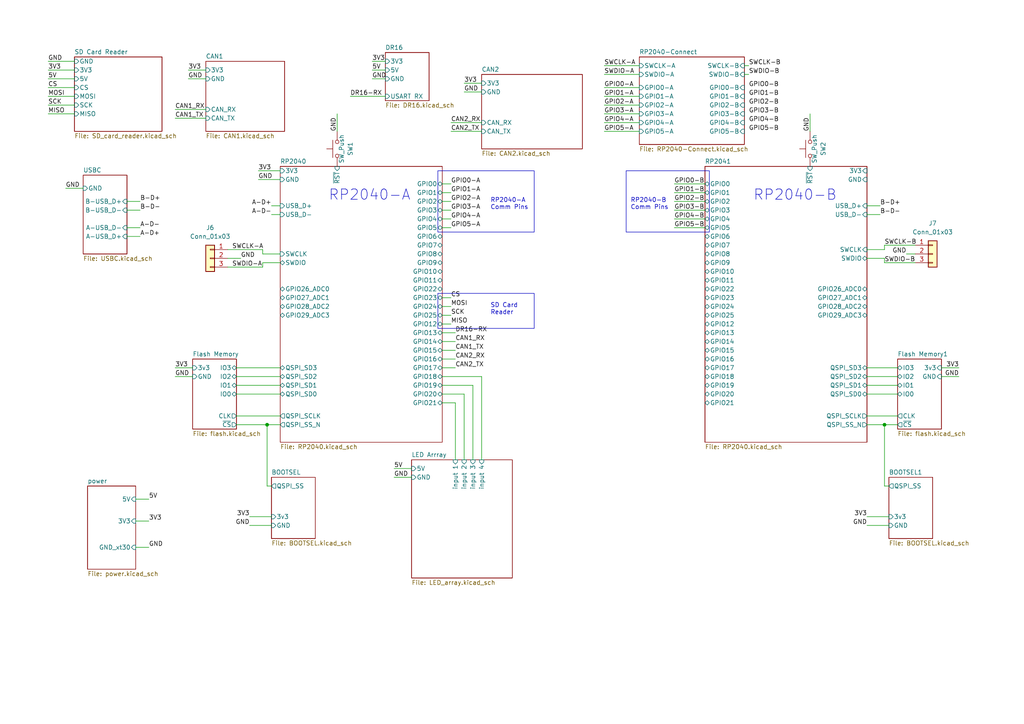
<source format=kicad_sch>
(kicad_sch (version 20230121) (generator eeschema)
  (paper "A4")
  (lib_symbols
    (symbol "Connector_Generic:Conn_01x03" (pin_names (offset 1.016) hide)
      (property "Reference" "J" (at 0 5.08 0))
      (property "Value" "Conn_01x03" (at 0 -5.08 0))
      (symbol "Conn_01x03_1_1"
        (rectangle (start -1.27 -2.413) (end 0 -2.667) (stroke (width 0.1524)))
        (rectangle (start -1.27 0.127) (end 0 -0.127) (stroke (width 0.1524)))
        (rectangle (start -1.27 2.667) (end 0 2.413) (stroke (width 0.1524)))
        (rectangle (start -1.27 3.81) (end 1.27 -3.81) (stroke (width 0.254)) (fill (type background)))
        (pin passive line (at -5.08 2.54 0) (length 3.81) (name "Pin_1") (number "1"))
        (pin passive line (at -5.08 0 0) (length 3.81) (name "Pin_2") (number "2"))
        (pin passive line (at -5.08 -2.54 0) (length 3.81) (name "Pin_3") (number "3"))
      )
    )
    (symbol "Switch:SW_Push" (pin_numbers hide) (pin_names (offset 1.016) hide)
      (property "Reference" "SW" (at 1.27 2.54 0))
      (property "Value" "SW_Push" (at 0 -1.524 0))
      (symbol "SW_Push_0_1"
        (circle (center -2.032 0) (radius 0.508))
        (polyline (pts (xy 0 1.27) (xy 0 3.048)))
        (polyline (pts (xy 2.54 1.27) (xy -2.54 1.27)))
        (circle (center 2.032 0) (radius 0.508))
        (pin passive line (at -5.08 0 0) (length 2.54) (name "1") (number "1"))
        (pin passive line (at 5.08 0 180) (length 2.54) (name "2") (number "2"))
      )
    )
  )
  (junction (at 77.47 123.19))
  (junction (at 256.54 123.19))
  (wire (pts (xy 251.46 120.65) (xy 260.35 120.65)))
  (wire (pts (xy 68.58 106.68) (xy 81.28 106.68)))
  (wire (pts (xy 66.04 77.47) (xy 76.2 77.47)))
  (wire (pts (xy 175.26 25.4) (xy 185.42 25.4)))
  (wire (pts (xy 251.46 62.23) (xy 255.27 62.23)))
  (wire (pts (xy 130.81 35.56) (xy 139.7 35.56)))
  (wire (pts (xy 251.46 106.68) (xy 260.35 106.68)))
  (wire (pts (xy 195.58 63.5) (xy 204.47 63.5)))
  (wire (pts (xy 234.95 33.02) (xy 234.95 38.1)))
  (wire (pts (xy 128.27 116.84) (xy 132.08 116.84)))
  (wire (pts (xy 137.16 111.76) (xy 137.16 133.35)))
  (wire (pts (xy 128.27 58.42) (xy 130.81 58.42)))
  (wire (pts (xy 128.27 55.88) (xy 130.81 55.88)))
  (wire (pts (xy 128.27 114.3) (xy 134.62 114.3)))
  (wire (pts (xy 13.97 30.48) (xy 21.59 30.48)))
  (wire (pts (xy 19.05 54.61) (xy 24.13 54.61)))
  (wire (pts (xy 134.62 114.3) (xy 134.62 133.35)))
  (wire (pts (xy 50.8 109.22) (xy 55.88 109.22)))
  (wire (pts (xy 132.08 116.84) (xy 132.08 133.35)))
  (wire (pts (xy 72.39 152.4) (xy 78.74 152.4)))
  (wire (pts (xy 68.58 123.19) (xy 77.47 123.19)))
  (wire (pts (xy 50.8 106.68) (xy 55.88 106.68)))
  (wire (pts (xy 101.6 27.94) (xy 111.76 27.94)))
  (wire (pts (xy 68.58 109.22) (xy 81.28 109.22)))
  (wire (pts (xy 128.27 99.06) (xy 132.08 99.06)))
  (wire (pts (xy 36.83 68.58) (xy 40.64 68.58)))
  (wire (pts (xy 128.27 101.6) (xy 132.08 101.6)))
  (wire (pts (xy 39.37 144.78) (xy 43.18 144.78)))
  (wire (pts (xy 251.46 109.22) (xy 260.35 109.22)))
  (wire (pts (xy 278.13 109.22) (xy 273.05 109.22)))
  (wire (pts (xy 128.27 63.5) (xy 130.81 63.5)))
  (wire (pts (xy 76.2 73.66) (xy 81.28 73.66)))
  (wire (pts (xy 78.74 59.69) (xy 81.28 59.69)))
  (wire (pts (xy 78.74 140.97) (xy 77.47 140.97)))
  (wire (pts (xy 175.26 38.1) (xy 185.42 38.1)))
  (wire (pts (xy 175.26 30.48) (xy 185.42 30.48)))
  (wire (pts (xy 66.04 72.39) (xy 76.2 72.39)))
  (wire (pts (xy 68.58 114.3) (xy 81.28 114.3)))
  (wire (pts (xy 77.47 123.19) (xy 81.28 123.19)))
  (wire (pts (xy 195.58 66.04) (xy 204.47 66.04)))
  (wire (pts (xy 114.3 135.89) (xy 119.38 135.89)))
  (wire (pts (xy 36.83 60.96) (xy 40.64 60.96)))
  (wire (pts (xy 134.62 24.13) (xy 139.7 24.13)))
  (wire (pts (xy 251.46 59.69) (xy 255.27 59.69)))
  (wire (pts (xy 128.27 111.76) (xy 137.16 111.76)))
  (wire (pts (xy 251.46 114.3) (xy 260.35 114.3)))
  (wire (pts (xy 195.58 53.34) (xy 204.47 53.34)))
  (wire (pts (xy 13.97 20.32) (xy 21.59 20.32)))
  (wire (pts (xy 36.83 66.04) (xy 40.64 66.04)))
  (wire (pts (xy 54.61 22.86) (xy 59.69 22.86)))
  (wire (pts (xy 39.37 151.13) (xy 43.18 151.13)))
  (wire (pts (xy 130.81 38.1) (xy 139.7 38.1)))
  (wire (pts (xy 128.27 91.44) (xy 130.81 91.44)))
  (wire (pts (xy 128.27 109.22) (xy 139.7 109.22)))
  (wire (pts (xy 251.46 149.86) (xy 257.81 149.86)))
  (wire (pts (xy 114.3 138.43) (xy 119.38 138.43)))
  (wire (pts (xy 128.27 53.34) (xy 130.81 53.34)))
  (wire (pts (xy 68.58 111.76) (xy 81.28 111.76)))
  (wire (pts (xy 256.54 74.93) (xy 256.54 76.2)))
  (wire (pts (xy 175.26 27.94) (xy 185.42 27.94)))
  (wire (pts (xy 175.26 19.05) (xy 185.42 19.05)))
  (wire (pts (xy 265.43 73.66) (xy 262.89 73.66)))
  (wire (pts (xy 128.27 88.9) (xy 130.81 88.9)))
  (wire (pts (xy 175.26 33.02) (xy 185.42 33.02)))
  (wire (pts (xy 74.93 49.53) (xy 81.28 49.53)))
  (wire (pts (xy 13.97 22.86) (xy 21.59 22.86)))
  (wire (pts (xy 54.61 20.32) (xy 59.69 20.32)))
  (wire (pts (xy 215.9 19.05) (xy 217.17 19.05)))
  (wire (pts (xy 97.79 33.02) (xy 97.79 38.1)))
  (wire (pts (xy 13.97 33.02) (xy 21.59 33.02)))
  (wire (pts (xy 13.97 27.94) (xy 21.59 27.94)))
  (wire (pts (xy 195.58 58.42) (xy 204.47 58.42)))
  (wire (pts (xy 175.26 35.56) (xy 185.42 35.56)))
  (wire (pts (xy 195.58 60.96) (xy 204.47 60.96)))
  (wire (pts (xy 195.58 55.88) (xy 204.47 55.88)))
  (wire (pts (xy 256.54 123.19) (xy 256.54 140.97)))
  (wire (pts (xy 257.81 140.97) (xy 256.54 140.97)))
  (wire (pts (xy 66.04 74.93) (xy 69.85 74.93)))
  (wire (pts (xy 72.39 149.86) (xy 78.74 149.86)))
  (wire (pts (xy 107.95 20.32) (xy 111.76 20.32)))
  (wire (pts (xy 128.27 96.52) (xy 132.08 96.52)))
  (wire (pts (xy 39.37 158.75) (xy 43.18 158.75)))
  (wire (pts (xy 128.27 60.96) (xy 130.81 60.96)))
  (wire (pts (xy 251.46 111.76) (xy 260.35 111.76)))
  (wire (pts (xy 251.46 152.4) (xy 257.81 152.4)))
  (wire (pts (xy 68.58 120.65) (xy 81.28 120.65)))
  (wire (pts (xy 13.97 25.4) (xy 21.59 25.4)))
  (wire (pts (xy 50.8 34.29) (xy 59.69 34.29)))
  (wire (pts (xy 74.93 52.07) (xy 81.28 52.07)))
  (wire (pts (xy 134.62 26.67) (xy 139.7 26.67)))
  (wire (pts (xy 36.83 58.42) (xy 40.64 58.42)))
  (wire (pts (xy 76.2 76.2) (xy 76.2 77.47)))
  (wire (pts (xy 278.13 106.68) (xy 273.05 106.68)))
  (wire (pts (xy 265.43 76.2) (xy 256.54 76.2)))
  (wire (pts (xy 128.27 66.04) (xy 130.81 66.04)))
  (wire (pts (xy 128.27 93.98) (xy 130.81 93.98)))
  (wire (pts (xy 81.28 76.2) (xy 76.2 76.2)))
  (wire (pts (xy 128.27 104.14) (xy 132.08 104.14)))
  (wire (pts (xy 128.27 86.36) (xy 130.81 86.36)))
  (wire (pts (xy 139.7 109.22) (xy 139.7 133.35)))
  (wire (pts (xy 251.46 74.93) (xy 256.54 74.93)))
  (wire (pts (xy 77.47 123.19) (xy 77.47 140.97)))
  (wire (pts (xy 251.46 72.39) (xy 256.54 72.39)))
  (wire (pts (xy 13.97 17.78) (xy 21.59 17.78)))
  (wire (pts (xy 260.35 123.19) (xy 256.54 123.19)))
  (wire (pts (xy 256.54 72.39) (xy 256.54 71.12)))
  (wire (pts (xy 265.43 71.12) (xy 256.54 71.12)))
  (wire (pts (xy 215.9 21.59) (xy 217.17 21.59)))
  (wire (pts (xy 107.95 17.78) (xy 111.76 17.78)))
  (wire (pts (xy 175.26 21.59) (xy 185.42 21.59)))
  (wire (pts (xy 50.8 31.75) (xy 59.69 31.75)))
  (wire (pts (xy 78.74 62.23) (xy 81.28 62.23)))
  (wire (pts (xy 128.27 106.68) (xy 132.08 106.68)))
  (wire (pts (xy 107.95 22.86) (xy 111.76 22.86)))
  (wire (pts (xy 256.54 123.19) (xy 251.46 123.19)))
  (wire (pts (xy 76.2 73.66) (xy 76.2 72.39)))
  (rectangle (start 181.61 49.53) (end 205.74 67.31))
  (rectangle (start 127 85.09) (end 154.94 95.25))
  (rectangle (start 127 49.53) (end 154.94 67.31))
  (text "RP2040-B" (at 218.44 58.42 0) (effects (font (size 3 3)) (justify left bottom)))
  (text "RP2040-B\nComm Pins" (at 182.88 60.96 0) (effects (font (size 1.27 1.27)) (justify left bottom)))
  (text "RP2040-A" (at 95.25 58.42 0) (effects (font (size 3 3)) (justify left bottom)))
  (text "SD Card\nReader" (at 142.24 91.44 0) (effects (font (size 1.27 1.27)) (justify left bottom)))
  (text "RP2040-A\nComm Pins" (at 142.24 60.96 0) (effects (font (size 1.27 1.27)) (justify left bottom)))
  (label "GND" (at 262.89 73.66 180))
  (label "GND" (at 251.46 152.4 180))
  (label "GPIO3-A" (at 130.81 60.96 0))
  (label "5V" (at 114.3 135.89 0))
  (label "CAN1_RX" (at 50.8 31.75 0))
  (label "DR16-RX" (at 132.08 96.52 0))
  (label "GPIO2-B" (at 195.58 58.42 0))
  (label "GND" (at 72.39 152.4 180))
  (label "GPIO2-A" (at 130.81 58.42 0))
  (label "GPIO4-A" (at 175.26 35.56 0))
  (label "GPIO1-B" (at 195.58 55.88 0))
  (label "GPIO0-A" (at 175.26 25.4 0))
  (label "SWDIO-B" (at 217.17 21.59 0))
  (label "GND" (at 97.79 38.1 90))
  (label "GND" (at 50.8 109.22 0))
  (label "GPIO1-B" (at 217.17 27.94 0))
  (label "3V3" (at 107.95 17.78 0))
  (label "CAN1_TX" (at 132.08 101.6 0))
  (label "SCK" (at 130.81 91.44 0))
  (label "3V3" (at 74.93 49.53 0))
  (label "3V3" (at 43.18 151.13 0))
  (label "GPIO4-B" (at 217.17 35.56 0))
  (label "GND" (at 278.13 109.22 180))
  (label "GND" (at 19.05 54.61 0))
  (label "3V3" (at 251.46 149.86 180))
  (label "CAN2_RX" (at 130.81 35.56 0))
  (label "5V" (at 13.97 22.86 0))
  (label "GPIO0-B" (at 195.58 53.34 0))
  (label "SWCLK-A" (at 67.31 72.39 0))
  (label "B-D-" (at 40.64 60.96 0))
  (label "GND" (at 13.97 17.78 0))
  (label "MISO" (at 13.97 33.02 0))
  (label "B-D+" (at 255.27 59.69 0))
  (label "SWDIO-A" (at 175.26 21.59 0))
  (label "GND" (at 74.93 52.07 0))
  (label "3V3" (at 278.13 106.68 180))
  (label "GPIO3-B" (at 195.58 60.96 0))
  (label "GND" (at 43.18 158.75 0))
  (label "GPIO2-B" (at 217.17 30.48 0))
  (label "GPIO4-B" (at 195.58 63.5 0))
  (label "CS" (at 130.81 86.36 0))
  (label "GND" (at 114.3 138.43 0))
  (label "CAN1_TX" (at 50.8 34.29 0))
  (label "A-D-" (at 78.74 62.23 180))
  (label "3V3" (at 134.62 24.13 0))
  (label "GND" (at 234.95 38.1 90))
  (label "DR16-RX" (at 101.6 27.94 0))
  (label "3V3" (at 54.61 20.32 0))
  (label "GND" (at 134.62 26.67 0))
  (label "3V3" (at 72.39 149.86 180))
  (label "GPIO2-A" (at 175.26 30.48 0))
  (label "CAN2_RX" (at 132.08 104.14 0))
  (label "SWCLK-B" (at 217.17 19.05 0))
  (label "GND" (at 54.61 22.86 0))
  (label "CAN1_RX" (at 132.08 99.06 0))
  (label "B-D+" (at 40.64 58.42 0))
  (label "GPIO3-B" (at 217.17 33.02 0))
  (label "SWDIO-B" (at 256.54 76.2 0))
  (label "A-D+" (at 40.64 68.58 0))
  (label "GPIO0-B" (at 217.17 25.4 0))
  (label "SCK" (at 13.97 30.48 0))
  (label "A-D-" (at 40.64 66.04 0))
  (label "MOSI" (at 130.81 88.9 0))
  (label "SWCLK-B" (at 256.54 71.12 0))
  (label "GPIO1-A" (at 175.26 27.94 0))
  (label "GPIO5-B" (at 195.58 66.04 0))
  (label "GPIO5-A" (at 130.81 66.04 0))
  (label "GND" (at 107.95 22.86 0))
  (label "SWDIO-A" (at 67.31 77.47 0))
  (label "3V3" (at 13.97 20.32 0))
  (label "GND" (at 69.85 74.93 0))
  (label "CAN2_TX" (at 132.08 106.68 0))
  (label "CS" (at 13.97 25.4 0))
  (label "GPIO4-A" (at 130.81 63.5 0))
  (label "B-D-" (at 255.27 62.23 0))
  (label "MISO" (at 130.81 93.98 0))
  (label "A-D+" (at 78.74 59.69 180))
  (label "CAN2_TX" (at 130.81 38.1 0))
  (label "3V3" (at 50.8 106.68 0))
  (label "GPIO5-A" (at 175.26 38.1 0))
  (label "GPIO5-B" (at 217.17 38.1 0))
  (label "MOSI" (at 13.97 27.94 0))
  (label "GPIO3-A" (at 175.26 33.02 0))
  (label "5V" (at 107.95 20.32 0))
  (label "GPIO1-A" (at 130.81 55.88 0))
  (label "SWCLK-A" (at 175.26 19.05 0))
  (label "GPIO0-A" (at 130.81 53.34 0))
  (label "5V" (at 43.18 144.78 0))
  (symbol (lib_id "Switch:SW_Push") (at 97.79 43.18 90) (unit 1)
    (property "Reference" "SW1" (at 101.6 43.18 0))
    (property "Value" "SW_Push" (at 99.06 43.18 0))
    (property "Footprint" "PS1024ALRED:SW_PS1024ALRED" (effects hide))
  )
  (symbol (lib_id "Connector_Generic:Conn_01x03") (at 270.51 73.66 0) (unit 1)
    (property "Reference" "J7" (at 270.51 64.77 0))
    (property "Value" "Conn_01x03" (at 270.51 67.31 0))
    (property "Footprint" "Connector_PinHeader_2.00mm:PinHeader_1x03_P2.00mm_Vertical" (effects hide))
  )
  (symbol (lib_id "Switch:SW_Push") (at 234.95 43.18 90) (unit 1)
    (property "Reference" "SW2" (at 238.76 43.18 0))
    (property "Value" "SW_Push" (at 236.22 43.18 0))
    (property "Footprint" "PS1024ALRED:SW_PS1024ALRED" (effects hide))
  )
  (symbol (lib_id "Connector_Generic:Conn_01x03") (at 60.96 74.93 0) (mirror y) (unit 1)
    (property "Reference" "J6" (at 60.96 66.04 0))
    (property "Value" "Conn_01x03" (at 60.96 68.58 0))
    (property "Footprint" "Connector_PinHeader_2.00mm:PinHeader_1x03_P2.00mm_Vertical" (effects hide))
  )
  (sheet (at 55.88 104.14) (size 12.7 20.32) (stroke (width 0.1524))
    (property "Sheetname" "Flash Memory" (at 55.88 103.4284 0) (effects (justify left bottom)))
    (property "Sheetfile" "flash.kicad_sch" (at 55.88 125.0446 0) (effects (justify left top)))
    (pin "IO2" bidirectional (at 68.58 109.22 0))
    (pin "IO1" bidirectional (at 68.58 111.76 0))
    (pin "IO3" bidirectional (at 68.58 106.68 0))
    (pin "GND" input (at 55.88 109.22 180))
    (pin "3v3" input (at 55.88 106.68 180))
    (pin "~{CS}" output (at 68.58 123.19 0))
    (pin "IO0" bidirectional (at 68.58 114.3 0))
    (pin "CLK" output (at 68.58 120.65 0))
  )
  (sheet (at 119.38 133.35) (size 29.21 34.29) (stroke (width 0.1524))
    (property "Sheetname" "LED Arrray" (at 119.38 132.6384 0) (effects (justify left bottom)))
    (property "Sheetfile" "LED_array.kicad_sch" (at 119.38 168.2246 0) (effects (justify left top)))
    (pin "GND" input (at 119.38 138.43 180))
    (pin "input 2" input (at 134.62 133.35 90))
    (pin "input 4" input (at 139.7 133.35 90))
    (pin "input 3" input (at 137.16 133.35 90))
    (pin "input 1" input (at 132.08 133.35 90))
    (pin "5V" input (at 119.38 135.89 180))
  )
  (sheet (at 24.13 50.8) (size 12.7 22.86) (stroke (width 0.1524))
    (property "Sheetname" "USBC" (at 24.13 50.0884 0) (effects (justify left bottom)))
    (property "Sheetfile" "USBC.kicad_sch" (at 24.13 74.2446 0) (effects (justify left top)))
    (pin "GND" input (at 24.13 54.61 180))
    (pin "A-USB_D-" input (at 36.83 66.04 0))
    (pin "A-USB_D+" input (at 36.83 68.58 0))
    (pin "B-USB_D+" input (at 36.83 58.42 0))
    (pin "B-USB_D-" input (at 36.83 60.96 0))
  )
  (sheet (at 185.42 16.51) (size 30.48 25.4) (stroke (width 0.1524))
    (property "Sheetname" "RP2040-Connect" (at 185.42 15.7984 0) (effects (justify left bottom)))
    (property "Sheetfile" "RP2040-Connect.kicad_sch" (at 185.42 42.4946 0) (effects (justify left top)))
    (pin "SWDIO-A" input (at 185.42 21.59 180))
    (pin "GPIO2-A" input (at 185.42 30.48 180))
    (pin "GPIO1-A" input (at 185.42 27.94 180))
    (pin "GPIO1-B" input (at 215.9 27.94 0))
    (pin "GPIO2-B" input (at 215.9 30.48 0))
    (pin "GPIO3-A" input (at 185.42 33.02 180))
    (pin "GPIO5-B" input (at 215.9 38.1 0))
    (pin "SWCLK-B" input (at 215.9 19.05 0))
    (pin "SWDIO-B" input (at 215.9 21.59 0))
    (pin "GPIO4-A" input (at 185.42 35.56 180))
    (pin "GPIO5-A" input (at 185.42 38.1 180))
    (pin "SWCLK-A" input (at 185.42 19.05 180))
    (pin "GPIO3-B" input (at 215.9 33.02 0))
    (pin "GPIO4-B" input (at 215.9 35.56 0))
    (pin "GPIO0-A" input (at 185.42 25.4 180))
    (pin "GPIO0-B" input (at 215.9 25.4 0))
  )
  (sheet (at 81.28 48.26) (size 46.99 80.01) (stroke (width 0.1524))
    (property "Sheetname" "RP2040" (at 81.28 47.5484 0) (effects (justify left bottom)))
    (property "Sheetfile" "RP2040.kicad_sch" (at 81.28 128.8546 0) (effects (justify left top)))
    (pin "GND" input (at 81.28 52.07 180))
    (pin "GPIO12" bidirectional (at 128.27 93.98 0))
    (pin "GPIO13" bidirectional (at 128.27 96.52 0))
    (pin "GPIO1" tri_state (at 128.27 55.88 0))
    (pin "GPIO0" tri_state (at 128.27 53.34 0))
    (pin "GPIO28_ADC2" bidirectional (at 81.28 88.9 180))
    (pin "GPIO26_ADC0" bidirectional (at 81.28 83.82 180))
    (pin "GPIO27_ADC1" bidirectional (at 81.28 86.36 180))
    (pin "GPIO29_ADC3" bidirectional (at 81.28 91.44 180))
    (pin "GPIO3" tri_state (at 128.27 60.96 0))
    (pin "GPIO4" tri_state (at 128.27 63.5 0))
    (pin "GPIO2" tri_state (at 128.27 58.42 0))
    (pin "GPIO6" tri_state (at 128.27 68.58 0))
    (pin "GPIO5" tri_state (at 128.27 66.04 0))
    (pin "USB_D-" input (at 81.28 62.23 180))
    (pin "USB_D+" input (at 81.28 59.69 180))
    (pin "3V3" input (at 81.28 49.53 180))
    (pin "SWCLK" input (at 81.28 73.66 180))
    (pin "SWDIO" bidirectional (at 81.28 76.2 180))
    (pin "QSPI_SCLK" output (at 81.28 120.65 180))
    (pin "QSPI_SS_N" output (at 81.28 123.19 180))
    (pin "~{RST}" input (at 97.79 48.26 90))
    (pin "QSPI_SD0" bidirectional (at 81.28 114.3 180))
    (pin "QSPI_SD3" bidirectional (at 81.28 106.68 180))
    (pin "QSPI_SD2" bidirectional (at 81.28 109.22 180))
    (pin "QSPI_SD1" bidirectional (at 81.28 111.76 180))
    (pin "GPIO14" bidirectional (at 128.27 99.06 0))
    (pin "GPIO17" bidirectional (at 128.27 106.68 0))
    (pin "GPIO16" bidirectional (at 128.27 104.14 0))
    (pin "GPIO15" bidirectional (at 128.27 101.6 0))
    (pin "GPIO18" bidirectional (at 128.27 109.22 0))
    (pin "GPIO20" bidirectional (at 128.27 114.3 0))
    (pin "GPIO19" bidirectional (at 128.27 111.76 0))
    (pin "GPIO21" bidirectional (at 128.27 116.84 0))
    (pin "GPIO25" bidirectional (at 128.27 91.44 0))
    (pin "GPIO23" bidirectional (at 128.27 86.36 0))
    (pin "GPIO22" bidirectional (at 128.27 83.82 0))
    (pin "GPIO24" bidirectional (at 128.27 88.9 0))
    (pin "GPIO9" tri_state (at 128.27 76.2 0))
    (pin "GPIO8" tri_state (at 128.27 73.66 0))
    (pin "GPIO11" bidirectional (at 128.27 81.28 0))
    (pin "GPIO7" tri_state (at 128.27 71.12 0))
    (pin "GPIO10" bidirectional (at 128.27 78.74 0))
  )
  (sheet (at 25.4 140.97) (size 13.97 24.13) (stroke (width 0.1524))
    (property "Sheetname" "power" (at 25.4 140.2584 0) (effects (justify left bottom)))
    (property "Sheetfile" "power.kicad_sch" (at 25.4 165.6846 0) (effects (justify left top)))
    (pin "5V" input (at 39.37 144.78 0))
    (pin "3V3" input (at 39.37 151.13 0))
    (pin "GND_xt30" input (at 39.37 158.75 0))
  )
  (sheet (at 257.81 138.43) (size 12.7 17.78) (stroke (width 0.1524))
    (property "Sheetname" "BOOTSEL1" (at 257.81 137.7184 0) (effects (justify left bottom)))
    (property "Sheetfile" "BOOTSEL.kicad_sch" (at 257.81 156.7946 0) (effects (justify left top)))
    (pin "GND" input (at 257.81 152.4 180))
    (pin "QSPI_SS" output (at 257.81 140.97 180))
    (pin "3v3" input (at 257.81 149.86 180))
  )
  (sheet (at 260.35 104.14) (size 12.7 20.32) (stroke (width 0.1524))
    (property "Sheetname" "Flash Memory1" (at 260.35 103.4284 0) (effects (justify left bottom)))
    (property "Sheetfile" "flash.kicad_sch" (at 260.35 125.0446 0) (effects (justify left top)))
    (pin "IO2" bidirectional (at 260.35 109.22 180))
    (pin "IO1" bidirectional (at 260.35 111.76 180))
    (pin "IO3" bidirectional (at 260.35 106.68 180))
    (pin "GND" input (at 273.05 109.22 0))
    (pin "3v3" input (at 273.05 106.68 0))
    (pin "~{CS}" output (at 260.35 123.19 180))
    (pin "IO0" bidirectional (at 260.35 114.3 180))
    (pin "CLK" output (at 260.35 120.65 180))
  )
  (sheet (at 59.69 17.78) (size 22.86 20.32) (stroke (width 0.1524))
    (property "Sheetname" "CAN1" (at 59.69 17.0684 0) (effects (justify left bottom)))
    (property "Sheetfile" "CAN1.kicad_sch" (at 59.69 38.6846 0) (effects (justify left top)))
    (pin "CAN_RX" input (at 59.69 31.75 180))
    (pin "3V3" input (at 59.69 20.32 180))
    (pin "CAN_TX" input (at 59.69 34.29 180))
    (pin "GND" input (at 59.69 22.86 180))
  )
  (sheet (at 21.59 16.51) (size 25.4 21.59) (stroke (width 0.1524))
    (property "Sheetname" "SD Card Reader" (at 21.59 15.7984 0) (effects (justify left bottom)))
    (property "Sheetfile" "SD_card_reader.kicad_sch" (at 21.59 38.6846 0) (effects (justify left top)))
    (pin "MOSI" input (at 21.59 27.94 180))
    (pin "SCK" input (at 21.59 30.48 180))
    (pin "GND" input (at 21.59 17.78 180))
    (pin "MISO" input (at 21.59 33.02 180))
    (pin "5V" input (at 21.59 22.86 180))
    (pin "CS" input (at 21.59 25.4 180))
    (pin "3V3" input (at 21.59 20.32 180))
  )
  (sheet (at 111.76 15.24) (size 12.7 13.97) (stroke (width 0.1524))
    (property "Sheetname" "DR16" (at 111.76 14.5284 0) (effects (justify left bottom)))
    (property "Sheetfile" "DR16.kicad_sch" (at 111.76 29.7946 0) (effects (justify left top)))
    (pin "GND" input (at 111.76 22.86 180))
    (pin "5V" input (at 111.76 20.32 180))
    (pin "USART RX" input (at 111.76 27.94 180))
    (pin "3V3" input (at 111.76 17.78 180))
  )
  (sheet (at 139.7 21.59) (size 29.21 21.59) (stroke (width 0.1524))
    (property "Sheetname" "CAN2" (at 139.7 20.8784 0) (effects (justify left bottom)))
    (property "Sheetfile" "CAN2.kicad_sch" (at 139.7 43.7646 0) (effects (justify left top)))
    (pin "GND" input (at 139.7 26.67 180))
    (pin "CAN_TX" input (at 139.7 38.1 180))
    (pin "3V3" input (at 139.7 24.13 180))
    (pin "CAN_RX" input (at 139.7 35.56 180))
  )
  (sheet (at 78.74 138.43) (size 12.7 17.78) (stroke (width 0.1524))
    (property "Sheetname" "BOOTSEL" (at 78.74 137.7184 0) (effects (justify left bottom)))
    (property "Sheetfile" "BOOTSEL.kicad_sch" (at 78.74 156.7946 0) (effects (justify left top)))
    (pin "GND" input (at 78.74 152.4 180))
    (pin "QSPI_SS" output (at 78.74 140.97 180))
    (pin "3v3" input (at 78.74 149.86 180))
  )
  (sheet (at 204.47 48.26) (size 46.99 80.01) (stroke (width 0.1524))
    (property "Sheetname" "RP2041" (at 204.47 47.5484 0) (effects (justify left bottom)))
    (property "Sheetfile" "RP2040.kicad_sch" (at 204.47 128.8546 0) (effects (justify left top)))
    (pin "GND" input (at 251.46 52.07 0))
    (pin "GPIO12" bidirectional (at 204.47 93.98 180))
    (pin "GPIO13" bidirectional (at 204.47 96.52 180))
    (pin "GPIO1" tri_state (at 204.47 55.88 180))
    (pin "GPIO0" tri_state (at 204.47 53.34 180))
    (pin "GPIO28_ADC2" bidirectional (at 251.46 88.9 0))
    (pin "GPIO26_ADC0" bidirectional (at 251.46 83.82 0))
    (pin "GPIO27_ADC1" bidirectional (at 251.46 86.36 0))
    (pin "GPIO29_ADC3" bidirectional (at 251.46 91.44 0))
    (pin "GPIO3" tri_state (at 204.47 60.96 180))
    (pin "GPIO4" tri_state (at 204.47 63.5 180))
    (pin "GPIO2" tri_state (at 204.47 58.42 180))
    (pin "GPIO6" tri_state (at 204.47 68.58 180))
    (pin "GPIO5" tri_state (at 204.47 66.04 180))
    (pin "USB_D-" input (at 251.46 62.23 0))
    (pin "USB_D+" input (at 251.46 59.69 0))
    (pin "3V3" input (at 251.46 49.53 0))
    (pin "SWCLK" input (at 251.46 72.39 0))
    (pin "SWDIO" bidirectional (at 251.46 74.93 0))
    (pin "QSPI_SCLK" output (at 251.46 120.65 0))
    (pin "QSPI_SS_N" output (at 251.46 123.19 0))
    (pin "~{RST}" input (at 234.95 48.26 90))
    (pin "QSPI_SD0" bidirectional (at 251.46 114.3 0))
    (pin "QSPI_SD3" bidirectional (at 251.46 106.68 0))
    (pin "QSPI_SD2" bidirectional (at 251.46 109.22 0))
    (pin "QSPI_SD1" bidirectional (at 251.46 111.76 0))
    (pin "GPIO14" bidirectional (at 204.47 99.06 180))
    (pin "GPIO17" bidirectional (at 204.47 106.68 180))
    (pin "GPIO16" bidirectional (at 204.47 104.14 180))
    (pin "GPIO15" bidirectional (at 204.47 101.6 180))
    (pin "GPIO18" bidirectional (at 204.47 109.22 180))
    (pin "GPIO20" bidirectional (at 204.47 114.3 180))
    (pin "GPIO19" bidirectional (at 204.47 111.76 180))
    (pin "GPIO21" bidirectional (at 204.47 116.84 180))
    (pin "GPIO25" bidirectional (at 204.47 91.44 180))
    (pin "GPIO23" bidirectional (at 204.47 86.36 180))
    (pin "GPIO22" bidirectional (at 204.47 83.82 180))
    (pin "GPIO24" bidirectional (at 204.47 88.9 180))
    (pin "GPIO9" tri_state (at 204.47 76.2 180))
    (pin "GPIO8" tri_state (at 204.47 73.66 180))
    (pin "GPIO11" bidirectional (at 204.47 81.28 180))
    (pin "GPIO7" tri_state (at 204.47 71.12 180))
    (pin "GPIO10" bidirectional (at 204.47 78.74 180))
  )
)
</source>
